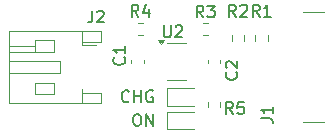
<source format=gbr>
%TF.GenerationSoftware,KiCad,Pcbnew,9.0.0*%
%TF.CreationDate,2025-06-01T15:03:30-04:00*%
%TF.ProjectId,USB-C_LiPol_Charger,5553422d-435f-44c6-9950-6f6c5f436861,0*%
%TF.SameCoordinates,Original*%
%TF.FileFunction,Legend,Top*%
%TF.FilePolarity,Positive*%
%FSLAX46Y46*%
G04 Gerber Fmt 4.6, Leading zero omitted, Abs format (unit mm)*
G04 Created by KiCad (PCBNEW 9.0.0) date 2025-06-01 15:03:30*
%MOMM*%
%LPD*%
G01*
G04 APERTURE LIST*
%ADD10C,0.150000*%
%ADD11C,0.120000*%
G04 APERTURE END LIST*
D10*
X155166666Y-96204819D02*
X155166666Y-96919104D01*
X155166666Y-96919104D02*
X155119047Y-97061961D01*
X155119047Y-97061961D02*
X155023809Y-97157200D01*
X155023809Y-97157200D02*
X154880952Y-97204819D01*
X154880952Y-97204819D02*
X154785714Y-97204819D01*
X155595238Y-96300057D02*
X155642857Y-96252438D01*
X155642857Y-96252438D02*
X155738095Y-96204819D01*
X155738095Y-96204819D02*
X155976190Y-96204819D01*
X155976190Y-96204819D02*
X156071428Y-96252438D01*
X156071428Y-96252438D02*
X156119047Y-96300057D01*
X156119047Y-96300057D02*
X156166666Y-96395295D01*
X156166666Y-96395295D02*
X156166666Y-96490533D01*
X156166666Y-96490533D02*
X156119047Y-96633390D01*
X156119047Y-96633390D02*
X155547619Y-97204819D01*
X155547619Y-97204819D02*
X156166666Y-97204819D01*
X167083333Y-104954819D02*
X166750000Y-104478628D01*
X166511905Y-104954819D02*
X166511905Y-103954819D01*
X166511905Y-103954819D02*
X166892857Y-103954819D01*
X166892857Y-103954819D02*
X166988095Y-104002438D01*
X166988095Y-104002438D02*
X167035714Y-104050057D01*
X167035714Y-104050057D02*
X167083333Y-104145295D01*
X167083333Y-104145295D02*
X167083333Y-104288152D01*
X167083333Y-104288152D02*
X167035714Y-104383390D01*
X167035714Y-104383390D02*
X166988095Y-104431009D01*
X166988095Y-104431009D02*
X166892857Y-104478628D01*
X166892857Y-104478628D02*
X166511905Y-104478628D01*
X167988095Y-103954819D02*
X167511905Y-103954819D01*
X167511905Y-103954819D02*
X167464286Y-104431009D01*
X167464286Y-104431009D02*
X167511905Y-104383390D01*
X167511905Y-104383390D02*
X167607143Y-104335771D01*
X167607143Y-104335771D02*
X167845238Y-104335771D01*
X167845238Y-104335771D02*
X167940476Y-104383390D01*
X167940476Y-104383390D02*
X167988095Y-104431009D01*
X167988095Y-104431009D02*
X168035714Y-104526247D01*
X168035714Y-104526247D02*
X168035714Y-104764342D01*
X168035714Y-104764342D02*
X167988095Y-104859580D01*
X167988095Y-104859580D02*
X167940476Y-104907200D01*
X167940476Y-104907200D02*
X167845238Y-104954819D01*
X167845238Y-104954819D02*
X167607143Y-104954819D01*
X167607143Y-104954819D02*
X167511905Y-104907200D01*
X167511905Y-104907200D02*
X167464286Y-104859580D01*
X158285714Y-103859580D02*
X158238095Y-103907200D01*
X158238095Y-103907200D02*
X158095238Y-103954819D01*
X158095238Y-103954819D02*
X158000000Y-103954819D01*
X158000000Y-103954819D02*
X157857143Y-103907200D01*
X157857143Y-103907200D02*
X157761905Y-103811961D01*
X157761905Y-103811961D02*
X157714286Y-103716723D01*
X157714286Y-103716723D02*
X157666667Y-103526247D01*
X157666667Y-103526247D02*
X157666667Y-103383390D01*
X157666667Y-103383390D02*
X157714286Y-103192914D01*
X157714286Y-103192914D02*
X157761905Y-103097676D01*
X157761905Y-103097676D02*
X157857143Y-103002438D01*
X157857143Y-103002438D02*
X158000000Y-102954819D01*
X158000000Y-102954819D02*
X158095238Y-102954819D01*
X158095238Y-102954819D02*
X158238095Y-103002438D01*
X158238095Y-103002438D02*
X158285714Y-103050057D01*
X158714286Y-103954819D02*
X158714286Y-102954819D01*
X158714286Y-103431009D02*
X159285714Y-103431009D01*
X159285714Y-103954819D02*
X159285714Y-102954819D01*
X160285714Y-103002438D02*
X160190476Y-102954819D01*
X160190476Y-102954819D02*
X160047619Y-102954819D01*
X160047619Y-102954819D02*
X159904762Y-103002438D01*
X159904762Y-103002438D02*
X159809524Y-103097676D01*
X159809524Y-103097676D02*
X159761905Y-103192914D01*
X159761905Y-103192914D02*
X159714286Y-103383390D01*
X159714286Y-103383390D02*
X159714286Y-103526247D01*
X159714286Y-103526247D02*
X159761905Y-103716723D01*
X159761905Y-103716723D02*
X159809524Y-103811961D01*
X159809524Y-103811961D02*
X159904762Y-103907200D01*
X159904762Y-103907200D02*
X160047619Y-103954819D01*
X160047619Y-103954819D02*
X160142857Y-103954819D01*
X160142857Y-103954819D02*
X160285714Y-103907200D01*
X160285714Y-103907200D02*
X160333333Y-103859580D01*
X160333333Y-103859580D02*
X160333333Y-103526247D01*
X160333333Y-103526247D02*
X160142857Y-103526247D01*
X161238095Y-97454819D02*
X161238095Y-98264342D01*
X161238095Y-98264342D02*
X161285714Y-98359580D01*
X161285714Y-98359580D02*
X161333333Y-98407200D01*
X161333333Y-98407200D02*
X161428571Y-98454819D01*
X161428571Y-98454819D02*
X161619047Y-98454819D01*
X161619047Y-98454819D02*
X161714285Y-98407200D01*
X161714285Y-98407200D02*
X161761904Y-98359580D01*
X161761904Y-98359580D02*
X161809523Y-98264342D01*
X161809523Y-98264342D02*
X161809523Y-97454819D01*
X162238095Y-97550057D02*
X162285714Y-97502438D01*
X162285714Y-97502438D02*
X162380952Y-97454819D01*
X162380952Y-97454819D02*
X162619047Y-97454819D01*
X162619047Y-97454819D02*
X162714285Y-97502438D01*
X162714285Y-97502438D02*
X162761904Y-97550057D01*
X162761904Y-97550057D02*
X162809523Y-97645295D01*
X162809523Y-97645295D02*
X162809523Y-97740533D01*
X162809523Y-97740533D02*
X162761904Y-97883390D01*
X162761904Y-97883390D02*
X162190476Y-98454819D01*
X162190476Y-98454819D02*
X162809523Y-98454819D01*
X159083333Y-96713204D02*
X158750000Y-96237013D01*
X158511905Y-96713204D02*
X158511905Y-95713204D01*
X158511905Y-95713204D02*
X158892857Y-95713204D01*
X158892857Y-95713204D02*
X158988095Y-95760823D01*
X158988095Y-95760823D02*
X159035714Y-95808442D01*
X159035714Y-95808442D02*
X159083333Y-95903680D01*
X159083333Y-95903680D02*
X159083333Y-96046537D01*
X159083333Y-96046537D02*
X159035714Y-96141775D01*
X159035714Y-96141775D02*
X158988095Y-96189394D01*
X158988095Y-96189394D02*
X158892857Y-96237013D01*
X158892857Y-96237013D02*
X158511905Y-96237013D01*
X159940476Y-96046537D02*
X159940476Y-96713204D01*
X159702381Y-95665585D02*
X159464286Y-96379870D01*
X159464286Y-96379870D02*
X160083333Y-96379870D01*
X164583333Y-96783204D02*
X164250000Y-96307013D01*
X164011905Y-96783204D02*
X164011905Y-95783204D01*
X164011905Y-95783204D02*
X164392857Y-95783204D01*
X164392857Y-95783204D02*
X164488095Y-95830823D01*
X164488095Y-95830823D02*
X164535714Y-95878442D01*
X164535714Y-95878442D02*
X164583333Y-95973680D01*
X164583333Y-95973680D02*
X164583333Y-96116537D01*
X164583333Y-96116537D02*
X164535714Y-96211775D01*
X164535714Y-96211775D02*
X164488095Y-96259394D01*
X164488095Y-96259394D02*
X164392857Y-96307013D01*
X164392857Y-96307013D02*
X164011905Y-96307013D01*
X164916667Y-95783204D02*
X165535714Y-95783204D01*
X165535714Y-95783204D02*
X165202381Y-96164156D01*
X165202381Y-96164156D02*
X165345238Y-96164156D01*
X165345238Y-96164156D02*
X165440476Y-96211775D01*
X165440476Y-96211775D02*
X165488095Y-96259394D01*
X165488095Y-96259394D02*
X165535714Y-96354632D01*
X165535714Y-96354632D02*
X165535714Y-96592727D01*
X165535714Y-96592727D02*
X165488095Y-96687965D01*
X165488095Y-96687965D02*
X165440476Y-96735585D01*
X165440476Y-96735585D02*
X165345238Y-96783204D01*
X165345238Y-96783204D02*
X165059524Y-96783204D01*
X165059524Y-96783204D02*
X164964286Y-96735585D01*
X164964286Y-96735585D02*
X164916667Y-96687965D01*
X167333333Y-96704819D02*
X167000000Y-96228628D01*
X166761905Y-96704819D02*
X166761905Y-95704819D01*
X166761905Y-95704819D02*
X167142857Y-95704819D01*
X167142857Y-95704819D02*
X167238095Y-95752438D01*
X167238095Y-95752438D02*
X167285714Y-95800057D01*
X167285714Y-95800057D02*
X167333333Y-95895295D01*
X167333333Y-95895295D02*
X167333333Y-96038152D01*
X167333333Y-96038152D02*
X167285714Y-96133390D01*
X167285714Y-96133390D02*
X167238095Y-96181009D01*
X167238095Y-96181009D02*
X167142857Y-96228628D01*
X167142857Y-96228628D02*
X166761905Y-96228628D01*
X167714286Y-95800057D02*
X167761905Y-95752438D01*
X167761905Y-95752438D02*
X167857143Y-95704819D01*
X167857143Y-95704819D02*
X168095238Y-95704819D01*
X168095238Y-95704819D02*
X168190476Y-95752438D01*
X168190476Y-95752438D02*
X168238095Y-95800057D01*
X168238095Y-95800057D02*
X168285714Y-95895295D01*
X168285714Y-95895295D02*
X168285714Y-95990533D01*
X168285714Y-95990533D02*
X168238095Y-96133390D01*
X168238095Y-96133390D02*
X167666667Y-96704819D01*
X167666667Y-96704819D02*
X168285714Y-96704819D01*
X169333333Y-96704819D02*
X169000000Y-96228628D01*
X168761905Y-96704819D02*
X168761905Y-95704819D01*
X168761905Y-95704819D02*
X169142857Y-95704819D01*
X169142857Y-95704819D02*
X169238095Y-95752438D01*
X169238095Y-95752438D02*
X169285714Y-95800057D01*
X169285714Y-95800057D02*
X169333333Y-95895295D01*
X169333333Y-95895295D02*
X169333333Y-96038152D01*
X169333333Y-96038152D02*
X169285714Y-96133390D01*
X169285714Y-96133390D02*
X169238095Y-96181009D01*
X169238095Y-96181009D02*
X169142857Y-96228628D01*
X169142857Y-96228628D02*
X168761905Y-96228628D01*
X170285714Y-96704819D02*
X169714286Y-96704819D01*
X170000000Y-96704819D02*
X170000000Y-95704819D01*
X170000000Y-95704819D02*
X169904762Y-95847676D01*
X169904762Y-95847676D02*
X169809524Y-95942914D01*
X169809524Y-95942914D02*
X169714286Y-95990533D01*
X169454819Y-105333333D02*
X170169104Y-105333333D01*
X170169104Y-105333333D02*
X170311961Y-105380952D01*
X170311961Y-105380952D02*
X170407200Y-105476190D01*
X170407200Y-105476190D02*
X170454819Y-105619047D01*
X170454819Y-105619047D02*
X170454819Y-105714285D01*
X170454819Y-104333333D02*
X170454819Y-104904761D01*
X170454819Y-104619047D02*
X169454819Y-104619047D01*
X169454819Y-104619047D02*
X169597676Y-104714285D01*
X169597676Y-104714285D02*
X169692914Y-104809523D01*
X169692914Y-104809523D02*
X169740533Y-104904761D01*
X158880952Y-104954819D02*
X159071428Y-104954819D01*
X159071428Y-104954819D02*
X159166666Y-105002438D01*
X159166666Y-105002438D02*
X159261904Y-105097676D01*
X159261904Y-105097676D02*
X159309523Y-105288152D01*
X159309523Y-105288152D02*
X159309523Y-105621485D01*
X159309523Y-105621485D02*
X159261904Y-105811961D01*
X159261904Y-105811961D02*
X159166666Y-105907200D01*
X159166666Y-105907200D02*
X159071428Y-105954819D01*
X159071428Y-105954819D02*
X158880952Y-105954819D01*
X158880952Y-105954819D02*
X158785714Y-105907200D01*
X158785714Y-105907200D02*
X158690476Y-105811961D01*
X158690476Y-105811961D02*
X158642857Y-105621485D01*
X158642857Y-105621485D02*
X158642857Y-105288152D01*
X158642857Y-105288152D02*
X158690476Y-105097676D01*
X158690476Y-105097676D02*
X158785714Y-105002438D01*
X158785714Y-105002438D02*
X158880952Y-104954819D01*
X159738095Y-105954819D02*
X159738095Y-104954819D01*
X159738095Y-104954819D02*
X160309523Y-105954819D01*
X160309523Y-105954819D02*
X160309523Y-104954819D01*
X167359580Y-101416666D02*
X167407200Y-101464285D01*
X167407200Y-101464285D02*
X167454819Y-101607142D01*
X167454819Y-101607142D02*
X167454819Y-101702380D01*
X167454819Y-101702380D02*
X167407200Y-101845237D01*
X167407200Y-101845237D02*
X167311961Y-101940475D01*
X167311961Y-101940475D02*
X167216723Y-101988094D01*
X167216723Y-101988094D02*
X167026247Y-102035713D01*
X167026247Y-102035713D02*
X166883390Y-102035713D01*
X166883390Y-102035713D02*
X166692914Y-101988094D01*
X166692914Y-101988094D02*
X166597676Y-101940475D01*
X166597676Y-101940475D02*
X166502438Y-101845237D01*
X166502438Y-101845237D02*
X166454819Y-101702380D01*
X166454819Y-101702380D02*
X166454819Y-101607142D01*
X166454819Y-101607142D02*
X166502438Y-101464285D01*
X166502438Y-101464285D02*
X166550057Y-101416666D01*
X166550057Y-101035713D02*
X166502438Y-100988094D01*
X166502438Y-100988094D02*
X166454819Y-100892856D01*
X166454819Y-100892856D02*
X166454819Y-100654761D01*
X166454819Y-100654761D02*
X166502438Y-100559523D01*
X166502438Y-100559523D02*
X166550057Y-100511904D01*
X166550057Y-100511904D02*
X166645295Y-100464285D01*
X166645295Y-100464285D02*
X166740533Y-100464285D01*
X166740533Y-100464285D02*
X166883390Y-100511904D01*
X166883390Y-100511904D02*
X167454819Y-101083332D01*
X167454819Y-101083332D02*
X167454819Y-100464285D01*
X157859580Y-100166666D02*
X157907200Y-100214285D01*
X157907200Y-100214285D02*
X157954819Y-100357142D01*
X157954819Y-100357142D02*
X157954819Y-100452380D01*
X157954819Y-100452380D02*
X157907200Y-100595237D01*
X157907200Y-100595237D02*
X157811961Y-100690475D01*
X157811961Y-100690475D02*
X157716723Y-100738094D01*
X157716723Y-100738094D02*
X157526247Y-100785713D01*
X157526247Y-100785713D02*
X157383390Y-100785713D01*
X157383390Y-100785713D02*
X157192914Y-100738094D01*
X157192914Y-100738094D02*
X157097676Y-100690475D01*
X157097676Y-100690475D02*
X157002438Y-100595237D01*
X157002438Y-100595237D02*
X156954819Y-100452380D01*
X156954819Y-100452380D02*
X156954819Y-100357142D01*
X156954819Y-100357142D02*
X157002438Y-100214285D01*
X157002438Y-100214285D02*
X157050057Y-100166666D01*
X157954819Y-99214285D02*
X157954819Y-99785713D01*
X157954819Y-99499999D02*
X156954819Y-99499999D01*
X156954819Y-99499999D02*
X157097676Y-99595237D01*
X157097676Y-99595237D02*
X157192914Y-99690475D01*
X157192914Y-99690475D02*
X157240533Y-99785713D01*
D11*
%TO.C,J2*%
X148090000Y-104060000D02*
X155910000Y-104060000D01*
X154310000Y-104060000D02*
X154310000Y-103140000D01*
X155910000Y-104060000D02*
X155910000Y-103140000D01*
X150350000Y-103300000D02*
X150350000Y-102300000D01*
X151950000Y-103300000D02*
X150350000Y-103300000D01*
X154310000Y-103140000D02*
X154310000Y-102860000D01*
X155910000Y-103140000D02*
X154310000Y-103140000D01*
X150350000Y-102300000D02*
X151950000Y-102300000D01*
X151950000Y-102300000D02*
X151950000Y-103300000D01*
X152450000Y-101500000D02*
X148090000Y-101500000D01*
X148090000Y-100500000D02*
X152450000Y-100500000D01*
X152450000Y-100500000D02*
X152450000Y-101500000D01*
X150350000Y-99700000D02*
X148090000Y-99700000D01*
X150350000Y-99700000D02*
X151950000Y-99700000D01*
X151950000Y-99700000D02*
X151950000Y-98700000D01*
X150350000Y-99200000D02*
X148090000Y-99200000D01*
X154310000Y-99140000D02*
X155525000Y-99140000D01*
X154310000Y-99140000D02*
X154310000Y-98860000D01*
X154310000Y-98860000D02*
X155910000Y-98860000D01*
X155910000Y-98860000D02*
X155910000Y-97940000D01*
X150350000Y-98700000D02*
X150350000Y-99700000D01*
X151950000Y-98700000D02*
X150350000Y-98700000D01*
X148090000Y-97940000D02*
X148090000Y-104060000D01*
X154310000Y-97940000D02*
X154310000Y-98860000D01*
X155910000Y-97940000D02*
X148090000Y-97940000D01*
%TO.C,R5*%
X166022500Y-103921386D02*
X166022500Y-104395902D01*
X164977500Y-103921386D02*
X164977500Y-104395902D01*
%TO.C,CHG*%
X163800000Y-102765000D02*
X161515000Y-102765000D01*
X161515000Y-104235000D02*
X163800000Y-104235000D01*
X161515000Y-102765000D02*
X161515000Y-104235000D01*
%TO.C,U2*%
X162270995Y-98948385D02*
X161470995Y-98948385D01*
X162270995Y-98948385D02*
X163070995Y-98948385D01*
X162270995Y-102068385D02*
X161470995Y-102068385D01*
X162270995Y-102068385D02*
X163070995Y-102068385D01*
X160970995Y-98998385D02*
X160730995Y-98668385D01*
X161210995Y-98668385D01*
X160970995Y-98998385D01*
G36*
X160970995Y-98998385D02*
G01*
X160730995Y-98668385D01*
X161210995Y-98668385D01*
X160970995Y-98998385D01*
G37*
%TO.C,R4*%
X159012742Y-97235885D02*
X159487258Y-97235885D01*
X159012742Y-98280885D02*
X159487258Y-98280885D01*
%TO.C,R3*%
X164512742Y-97235885D02*
X164987258Y-97235885D01*
X164512742Y-98280885D02*
X164987258Y-98280885D01*
%TO.C,R2*%
X166977500Y-98737258D02*
X166977500Y-98262742D01*
X168022500Y-98737258D02*
X168022500Y-98262742D01*
%TO.C,R1*%
X168977500Y-98737258D02*
X168977500Y-98262742D01*
X170022500Y-98737258D02*
X170022500Y-98262742D01*
%TO.C,J1*%
X174750000Y-105670000D02*
X173050000Y-105670000D01*
X174750000Y-96330000D02*
X173050000Y-96330000D01*
%TO.C,ON*%
X161515000Y-104765000D02*
X161515000Y-106235000D01*
X161515000Y-106235000D02*
X163800000Y-106235000D01*
X163800000Y-104765000D02*
X161515000Y-104765000D01*
%TO.C,C2*%
X164990000Y-100640580D02*
X164990000Y-100359420D01*
X166010000Y-100640580D02*
X166010000Y-100359420D01*
%TO.C,C1*%
X158490000Y-100640580D02*
X158490000Y-100359420D01*
X159510000Y-100640580D02*
X159510000Y-100359420D01*
%TD*%
M02*

</source>
